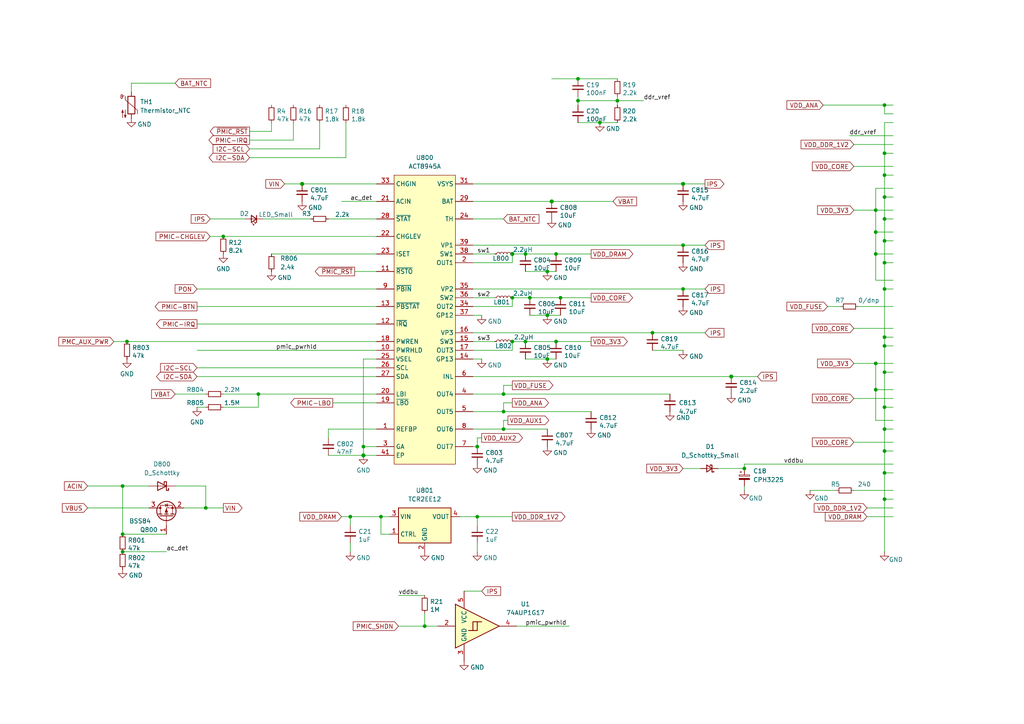
<source format=kicad_sch>
(kicad_sch (version 20250114) (generator "eeschema") (generator_version "9.0")
  (paper "A4")
  (lib_symbols
    (symbol "74xGxx:74AUP1G17"
      (property "Reference" "U" (at 0 3.81 0))
      (property "Value" "74AUP1G17" (at 0 -3.81 0))
      (symbol "74AUP1G17_0_1"
        (polyline (pts (xy -7.62 6.35) (xy -7.62 -6.35) (xy 5.08 0) (xy -7.62 6.35)) (stroke (width 0.254)) (fill (type background)))
        (polyline (pts (xy -3.81 -1.27) (xy -2.54 -1.27) (xy -2.54 1.27) (xy -1.27 1.27)) (stroke (width 0.254)) (fill (type background)))
        (polyline (pts (xy -2.54 -1.27) (xy -1.27 -1.27) (xy -1.27 1.27) (xy 0 1.27)) (stroke (width 0.254)) (fill (type background)))
      )
      (symbol "74AUP1G17_1_1"
        (pin input line (at -12.7 0 0) (length 5.08) (name "~") (number "2"))
        (pin no_connect line (at -7.62 5.08 180) (length 5.08) (hide yes) (name "NC") (number "1"))
        (pin power_in line (at -5.08 10.16 270) (length 5.08) (name "VCC") (number "5"))
        (pin power_in line (at -5.08 -10.16 90) (length 5.08) (name "GND") (number "3"))
        (pin output line (at 10.16 0 180) (length 5.08) (name "~") (number "4"))
      )
    )
    (symbol "Device:C_Polarized_Small" (pin_numbers (hide yes)) (pin_names (offset 0.254) (hide yes))
      (property "Reference" "C" (at 0.254 1.778 0))
      (property "Value" "C_Polarized_Small" (at 0.254 -2.032 0))
      (symbol "C_Polarized_Small_0_1"
        (rectangle (start -1.524 0.6858) (end 1.524 0.3048))
        (rectangle (start -1.524 -0.3048) (end 1.524 -0.6858) (fill (type outline)))
        (polyline (pts (xy -1.27 1.524) (xy -0.762 1.524)))
        (polyline (pts (xy -1.016 1.27) (xy -1.016 1.778)))
      )
      (symbol "C_Polarized_Small_1_1"
        (pin passive line (at 0 2.54 270) (length 1.8542) (name "~") (number "1"))
        (pin passive line (at 0 -2.54 90) (length 1.8542) (name "~") (number "2"))
      )
    )
    (symbol "Device:C_Small" (pin_numbers (hide yes)) (pin_names (offset 0.254) (hide yes))
      (property "Reference" "C" (at 0.254 1.778 0))
      (property "Value" "C_Small" (at 0.254 -2.032 0))
      (symbol "C_Small_0_1"
        (polyline (pts (xy -1.524 0.508) (xy 1.524 0.508)) (stroke (width 0.3048)))
        (polyline (pts (xy -1.524 -0.508) (xy 1.524 -0.508)) (stroke (width 0.3302)))
      )
      (symbol "C_Small_1_1"
        (pin passive line (at 0 2.54 270) (length 2.032) (name "~") (number "1"))
        (pin passive line (at 0 -2.54 90) (length 2.032) (name "~") (number "2"))
      )
    )
    (symbol "Device:D_Schottky" (pin_numbers (hide yes)) (pin_names (offset 1.016) (hide yes))
      (property "Reference" "D" (at 0 2.54 0))
      (property "Value" "D_Schottky" (at 0 -2.54 0))
      (symbol "D_Schottky_0_1"
        (polyline (pts (xy -1.905 0.635) (xy -1.905 1.27) (xy -1.27 1.27) (xy -1.27 -1.27) (xy -0.635 -1.27) (xy -0.635 -0.635)) (stroke (width 0.254)))
        (polyline (pts (xy 1.27 1.27) (xy 1.27 -1.27) (xy -1.27 0) (xy 1.27 1.27)) (stroke (width 0.254)))
        (polyline (pts (xy 1.27 0) (xy -1.27 0)))
      )
      (symbol "D_Schottky_1_1"
        (pin passive line (at -3.81 0 0) (length 2.54) (name "K") (number "1"))
        (pin passive line (at 3.81 0 180) (length 2.54) (name "A") (number "2"))
      )
    )
    (symbol "Device:D_Schottky_Small" (pin_numbers (hide yes)) (pin_names (offset 0.254) (hide yes))
      (property "Reference" "D" (at -1.27 2.032 0))
      (property "Value" "D_Schottky_Small" (at -7.112 -2.032 0))
      (symbol "D_Schottky_Small_0_1"
        (polyline (pts (xy -1.27 0.762) (xy -1.27 1.016) (xy -0.762 1.016) (xy -0.762 -1.016) (xy -0.254 -1.016) (xy -0.254 -0.762)) (stroke (width 0.254)))
        (polyline (pts (xy -0.762 0) (xy 0.762 0)))
        (polyline (pts (xy 0.762 -1.016) (xy -0.762 0) (xy 0.762 1.016) (xy 0.762 -1.016)) (stroke (width 0.254)))
      )
      (symbol "D_Schottky_Small_1_1"
        (pin passive line (at -2.54 0 0) (length 1.778) (name "K") (number "1"))
        (pin passive line (at 2.54 0 180) (length 1.778) (name "A") (number "2"))
      )
    )
    (symbol "Device:LED_Small" (pin_numbers (hide yes)) (pin_names (offset 0.254) (hide yes))
      (property "Reference" "D" (at -1.27 3.175 0))
      (property "Value" "LED_Small" (at -4.445 -2.54 0))
      (symbol "LED_Small_0_1"
        (polyline (pts (xy -0.762 -1.016) (xy -0.762 1.016)) (stroke (width 0.254)))
        (polyline (pts (xy 0 0.762) (xy -0.508 1.27) (xy -0.254 1.27) (xy -0.508 1.27) (xy -0.508 1.016)))
        (polyline (pts (xy 0.508 1.27) (xy 0 1.778) (xy 0.254 1.778) (xy 0 1.778) (xy 0 1.524)))
        (polyline (pts (xy 0.762 -1.016) (xy -0.762 0) (xy 0.762 1.016) (xy 0.762 -1.016)) (stroke (width 0.254)))
        (polyline (pts (xy 1.016 0) (xy -0.762 0)))
      )
      (symbol "LED_Small_1_1"
        (pin passive line (at -2.54 0 0) (length 1.778) (name "K") (number "1"))
        (pin passive line (at 2.54 0 180) (length 1.778) (name "A") (number "2"))
      )
    )
    (symbol "Device:L_Small" (pin_numbers (hide yes)) (pin_names (offset 0.254) (hide yes))
      (property "Reference" "L" (at 0.762 1.016 0))
      (property "Value" "L_Small" (at 0.762 -1.016 0))
      (symbol "L_Small_0_1"
        (arc (start 0 2.032) (mid 0.5058 1.524) (end 0 1.016))
        (arc (start 0 1.016) (mid 0.5058 0.508) (end 0 0))
        (arc (start 0 0) (mid 0.5058 -0.508) (end 0 -1.016))
        (arc (start 0 -1.016) (mid 0.5058 -1.524) (end 0 -2.032))
      )
      (symbol "L_Small_1_1"
        (pin passive line (at 0 2.54 270) (length 0.508) (name "~") (number "1"))
        (pin passive line (at 0 -2.54 90) (length 0.508) (name "~") (number "2"))
      )
    )
    (symbol "Device:R_Small" (pin_numbers (hide yes)) (pin_names (offset 0.254) (hide yes))
      (property "Reference" "R" (at 0.762 0.508 0))
      (property "Value" "R_Small" (at 0.762 -1.016 0))
      (symbol "R_Small_0_1"
        (rectangle (start -0.762 1.778) (end 0.762 -1.778) (stroke (width 0.2032)))
      )
      (symbol "R_Small_1_1"
        (pin passive line (at 0 2.54 270) (length 0.762) (name "~") (number "1"))
        (pin passive line (at 0 -2.54 90) (length 0.762) (name "~") (number "2"))
      )
    )
    (symbol "Device:Thermistor_NTC" (pin_numbers (hide yes)) (pin_names (offset 0))
      (property "Reference" "TH" (at -4.445 0 90))
      (property "Value" "Thermistor_NTC" (at 3.175 0 90))
      (symbol "Thermistor_NTC_0_1"
        (arc (start -3.175 2.413) (mid -3.0506 2.3165) (end -3.048 2.159))
        (arc (start -3.048 2.794) (mid -2.9736 2.9736) (end -2.794 3.048))
        (arc (start -2.794 3.048) (mid -2.6144 2.9736) (end -2.54 2.794))
        (arc (start -2.794 2.54) (mid -2.9736 2.6144) (end -3.048 2.794))
        (arc (start -2.794 1.905) (mid -2.9736 1.9794) (end -3.048 2.159))
        (arc (start -2.54 2.159) (mid -2.6144 1.9794) (end -2.794 1.905))
        (arc (start -2.159 2.794) (mid -2.434 2.5608) (end -2.794 2.54))
        (polyline (pts (xy -2.54 2.159) (xy -2.54 2.794)))
        (polyline (pts (xy -2.54 -3.683) (xy -2.54 -1.397) (xy -2.794 -2.159) (xy -2.286 -2.159) (xy -2.54 -1.397) (xy -2.54 -1.651)) (fill (type outline)))
        (polyline (pts (xy -1.778 2.54) (xy -1.778 1.524) (xy 1.778 -1.524) (xy 1.778 -2.54)))
        (polyline (pts (xy -1.778 -1.397) (xy -1.778 -3.683) (xy -2.032 -2.921) (xy -1.524 -2.921) (xy -1.778 -3.683) (xy -1.778 -3.429)) (fill (type outline)))
        (rectangle (start -1.016 2.54) (end 1.016 -2.54) (stroke (width 0.254)))
      )
      (symbol "Thermistor_NTC_1_1"
        (pin passive line (at 0 3.81 270) (length 1.27) (name "~") (number "1"))
        (pin passive line (at 0 -3.81 90) (length 1.27) (name "~") (number "2"))
      )
    )
    (symbol "Regulator_Linear:TCR2EE12"
      (property "Reference" "U6" (at 0 9.3218 0))
      (property "Value" "TCR2EE12" (at 0 7.0104 0))
      (symbol "TCR2EE12_0_1"
        (rectangle (start -7.62 -5.08) (end 7.62 5.08) (stroke (width 0.254)) (fill (type background)))
      )
      (symbol "TCR2EE12_1_1"
        (pin power_in line (at -10.16 2.54 0) (length 2.54) (name "VIN") (number "3"))
        (pin input line (at -10.16 -2.54 0) (length 2.54) (name "CTRL") (number "1"))
        (pin power_in line (at 0 -7.62 90) (length 2.54) (name "GND") (number "2"))
        (pin no_connect line (at 7.62 -2.54 180) (length 2.54) (hide yes) (name "NC") (number "5"))
        (pin power_out line (at 10.16 2.54 180) (length 2.54) (name "VOUT") (number "4"))
      )
    )
    (symbol "Transistor_FET:BSS84" (pin_names (hide yes))
      (property "Reference" "Q" (at 5.08 1.905 0))
      (property "Value" "BSS84" (at 5.08 0 0))
      (symbol "BSS84_0_1"
        (polyline (pts (xy 0.254 1.905) (xy 0.254 -1.905)) (stroke (width 0.254)))
        (polyline (pts (xy 0.254 0) (xy -2.54 0)))
        (polyline (pts (xy 0.762 2.286) (xy 0.762 1.27)) (stroke (width 0.254)))
        (polyline (pts (xy 0.762 1.778) (xy 3.302 1.778) (xy 3.302 -1.778) (xy 0.762 -1.778)))
        (polyline (pts (xy 0.762 0.508) (xy 0.762 -0.508)) (stroke (width 0.254)))
        (polyline (pts (xy 0.762 -1.27) (xy 0.762 -2.286)) (stroke (width 0.254)))
        (circle (center 1.651 0) (radius 2.794) (stroke (width 0.254)))
        (polyline (pts (xy 2.286 0) (xy 1.27 0.381) (xy 1.27 -0.381) (xy 2.286 0)) (fill (type outline)))
        (polyline (pts (xy 2.54 2.54) (xy 2.54 1.778)))
        (circle (center 2.54 1.778) (radius 0.254) (fill (type outline)))
        (circle (center 2.54 -1.778) (radius 0.254) (fill (type outline)))
        (polyline (pts (xy 2.54 -2.54) (xy 2.54 0) (xy 0.762 0)))
        (polyline (pts (xy 2.794 -0.508) (xy 2.921 -0.381) (xy 3.683 -0.381) (xy 3.81 -0.254)))
        (polyline (pts (xy 3.302 -0.381) (xy 2.921 0.254) (xy 3.683 0.254) (xy 3.302 -0.381)))
      )
      (symbol "BSS84_1_1"
        (pin input line (at -5.08 0 0) (length 2.54) (name "G") (number "1"))
        (pin passive line (at 2.54 5.08 270) (length 2.54) (name "D") (number "3"))
        (pin passive line (at 2.54 -5.08 90) (length 2.54) (name "S") (number "2"))
      )
    )
    (symbol "power:GND" (power) (pin_numbers (hide yes)) (pin_names (offset 0) (hide yes))
      (property "Value" "GND" (at 0 -3.81 0))
      (symbol "GND_0_1"
        (polyline (pts (xy 0 0) (xy 0 -1.27) (xy 1.27 -1.27) (xy 0 -2.54) (xy -1.27 -1.27) (xy 0 -1.27)))
      )
      (symbol "GND_1_1"
        (pin power_in line (at 0 0 270) (length 0) (name "~") (number "1"))
      )
    )
    (symbol "qorvo:ACT8945A"
      (property "Reference" "U" (at -3.81 2.54 0))
      (property "Value" "ACT8945A" (at 5.08 2.54 0))
      (symbol "ACT8945A_0_1"
        (rectangle (start -10.16 0) (end 7.62 -83.82) (stroke (width 0.1524)) (fill (type background)))
      )
      (symbol "ACT8945A_1_1"
        (pin passive line (at -15.24 -2.54 0) (length 5.08) (name "CHGIN") (number "33"))
        (pin passive line (at -15.24 -7.62 0) (length 5.08) (name "ACIN") (number "21"))
        (pin passive line (at -15.24 -12.7 0) (length 5.08) (name "~{STAT}") (number "28"))
        (pin passive line (at -15.24 -17.78 0) (length 5.08) (name "CHGLEV") (number "22"))
        (pin passive line (at -15.24 -22.86 0) (length 5.08) (name "ISET") (number "23"))
        (pin passive line (at -15.24 -27.94 0) (length 5.08) (name "~{RSTO}") (number "11"))
        (pin passive line (at -15.24 -33.02 0) (length 5.08) (name "~{PBIN}") (number "9"))
        (pin passive line (at -15.24 -38.1 0) (length 5.08) (name "~{PBSTAT}") (number "13"))
        (pin passive line (at -15.24 -43.18 0) (length 5.08) (name "~{IRQ}") (number "12"))
        (pin passive line (at -15.24 -48.26 0) (length 5.08) (name "PWREN") (number "18"))
        (pin passive line (at -15.24 -50.8 0) (length 5.08) (name "PWRHLD") (number "10"))
        (pin passive line (at -15.24 -53.34 0) (length 5.08) (name "VSEL") (number "25"))
        (pin passive line (at -15.24 -55.88 0) (length 5.08) (name "SCL") (number "26"))
        (pin passive line (at -15.24 -58.42 0) (length 5.08) (name "SDA") (number "27"))
        (pin passive line (at -15.24 -63.5 0) (length 5.08) (name "LBI") (number "20"))
        (pin passive line (at -15.24 -66.04 0) (length 5.08) (name "~{LBO}") (number "19"))
        (pin passive line (at -15.24 -73.66 0) (length 5.08) (name "REFBP") (number "1"))
        (pin passive line (at -15.24 -78.74 0) (length 5.08) (name "GA") (number "3"))
        (pin passive line (at -15.24 -81.28 0) (length 5.08) (name "EP") (number "41"))
        (pin passive line (at 12.7 -2.54 180) (length 5.08) (name "VSYS") (number "31"))
        (pin passive line (at 12.7 -2.54 180) (length 5.08) (hide yes) (name "VSYS") (number "32"))
        (pin passive line (at 12.7 -7.62 180) (length 5.08) (name "BAT") (number "29"))
        (pin passive line (at 12.7 -7.62 180) (length 5.08) (hide yes) (name "BAT") (number "30"))
        (pin passive line (at 12.7 -12.7 180) (length 5.08) (name "TH") (number "24"))
        (pin passive line (at 12.7 -20.32 180) (length 5.08) (name "VP1") (number "39"))
        (pin passive line (at 12.7 -22.86 180) (length 5.08) (name "SW1") (number "38"))
        (pin passive line (at 12.7 -25.4 180) (length 5.08) (name "OUT1") (number "2"))
        (pin passive line (at 12.7 -33.02 180) (length 5.08) (name "VP2") (number "35"))
        (pin passive line (at 12.7 -35.56 180) (length 5.08) (name "SW2") (number "36"))
        (pin passive line (at 12.7 -38.1 180) (length 5.08) (name "OUT2") (number "34"))
        (pin passive line (at 12.7 -40.64 180) (length 5.08) (name "GP12") (number "37"))
        (pin passive line (at 12.7 -45.72 180) (length 5.08) (name "VP3") (number "16"))
        (pin passive line (at 12.7 -48.26 180) (length 5.08) (name "SW3") (number "15"))
        (pin passive line (at 12.7 -50.8 180) (length 5.08) (name "OUT3") (number "17"))
        (pin passive line (at 12.7 -53.34 180) (length 5.08) (name "GP13") (number "14"))
        (pin passive line (at 12.7 -58.42 180) (length 5.08) (name "INL") (number "6"))
        (pin passive line (at 12.7 -63.5 180) (length 5.08) (name "OUT4") (number "4"))
        (pin passive line (at 12.7 -68.58 180) (length 5.08) (name "OUT5") (number "5"))
        (pin passive line (at 12.7 -73.66 180) (length 5.08) (name "OUT6") (number "8"))
        (pin passive line (at 12.7 -78.74 180) (length 5.08) (name "OUT7") (number "7"))
      )
    )
  )
  (junction (at 153.67 86.36))
  (junction (at 146.05 119.38))
  (junction (at 256.54 144.78))
  (junction (at 256.54 118.11))
  (junction (at 256.54 107.95))
  (junction (at 256.54 130.81))
  (junction (at 256.54 137.16))
  (junction (at 110.49 149.86))
  (junction (at 254 105.41))
  (junction (at 189.23 96.52))
  (junction (at 167.64 29.21))
  (junction (at 64.77 68.58))
  (junction (at 36.83 99.06))
  (junction (at 148.59 99.06))
  (junction (at 254 113.03))
  (junction (at 256.54 97.79))
  (junction (at 138.43 149.86))
  (junction (at 215.9 135.89))
  (junction (at 256.54 83.82))
  (junction (at 35.56 140.97))
  (junction (at 162.56 86.36))
  (junction (at 105.41 129.54))
  (junction (at 212.09 109.22) (diameter 1.016))
  (junction (at 148.59 86.36))
  (junction (at 101.6 149.86))
  (junction (at 179.07 29.21))
  (junction (at 256.54 50.8))
  (junction (at 173.99 35.56))
  (junction (at 74.93 114.3))
  (junction (at 256.54 63.5))
  (junction (at 256.54 124.46))
  (junction (at 146.05 124.46))
  (junction (at 256.54 44.45))
  (junction (at 123.19 181.61))
  (junction (at 87.63 53.34) (diameter 1.016))
  (junction (at 254 67.31))
  (junction (at 158.75 91.44))
  (junction (at 254 73.66))
  (junction (at 256.54 57.15))
  (junction (at 198.12 83.82))
  (junction (at 161.29 73.66))
  (junction (at 105.41 132.08) (diameter 1.016))
  (junction (at 167.64 22.86))
  (junction (at 256.54 100.33))
  (junction (at 158.75 78.74))
  (junction (at 256.54 30.48))
  (junction (at 158.75 104.14))
  (junction (at 152.4 99.06))
  (junction (at 148.59 73.66) (diameter 1.016))
  (junction (at 35.56 160.02))
  (junction (at 152.4 73.66))
  (junction (at 254 60.96))
  (junction (at 256.54 76.2))
  (junction (at 35.56 154.94))
  (junction (at 198.12 71.12))
  (junction (at 161.29 99.06))
  (junction (at 256.54 69.85))
  (junction (at 59.69 147.32))
  (junction (at 146.05 114.3))
  (junction (at 138.43 129.54))
  (junction (at 198.12 53.34) (diameter 1.016))
  (junction (at 160.02 58.42) (diameter 1.016))
  (wire (pts (xy 109.22 129.54) (xy 105.41 129.54)))
  (wire (pts (xy 101.6 157.48) (xy 101.6 160.02)))
  (wire (pts (xy 167.64 30.48) (xy 167.64 29.21)))
  (wire (pts (xy 95.25 124.46) (xy 95.25 127)))
  (wire (pts (xy 137.16 96.52) (xy 189.23 96.52)))
  (wire (pts (xy 36.83 99.06) (xy 109.22 99.06)))
  (wire (pts (xy 256.54 69.85) (xy 259.08 69.85)))
  (wire (pts (xy 256.54 137.16) (xy 256.54 144.78)))
  (wire (pts (xy 72.39 40.64) (xy 85.09 40.64)))
  (wire (pts (xy 72.39 45.72) (xy 100.33 45.72)))
  (wire (pts (xy 57.15 83.82) (xy 109.22 83.82)))
  (wire (pts (xy 50.8 114.3) (xy 59.69 114.3)))
  (wire (pts (xy 259.08 113.03) (xy 254 113.03)))
  (wire (pts (xy 50.8 24.13) (xy 38.1 24.13)))
  (wire (pts (xy 137.16 114.3) (xy 146.05 114.3)))
  (wire (pts (xy 148.59 73.66) (xy 152.4 73.66)))
  (wire (pts (xy 60.96 63.5) (xy 71.12 63.5)))
  (wire (pts (xy 148.59 99.06) (xy 152.4 99.06)))
  (wire (pts (xy 153.67 86.36) (xy 162.56 86.36)))
  (wire (pts (xy 57.15 106.68) (xy 109.22 106.68)))
  (wire (pts (xy 72.39 43.18) (xy 92.71 43.18)))
  (wire (pts (xy 59.69 147.32) (xy 64.77 147.32)))
  (wire (pts (xy 137.16 73.66) (xy 143.51 73.66)))
  (wire (pts (xy 259.08 35.56) (xy 256.54 35.56)))
  (wire (pts (xy 256.54 69.85) (xy 256.54 76.2)))
  (wire (pts (xy 35.56 140.97) (xy 43.18 140.97)))
  (wire (pts (xy 57.15 109.22) (xy 109.22 109.22)))
  (wire (pts (xy 160.02 22.86) (xy 167.64 22.86)))
  (wire (pts (xy 234.95 142.24) (xy 242.57 142.24)))
  (wire (pts (xy 137.16 104.14) (xy 139.7 104.14)))
  (wire (pts (xy 59.69 140.97) (xy 59.69 147.32)))
  (wire (pts (xy 87.63 53.34) (xy 109.22 53.34)))
  (wire (pts (xy 148.59 111.76) (xy 146.05 111.76)))
  (wire (pts (xy 137.16 119.38) (xy 146.05 119.38)))
  (wire (pts (xy 110.49 149.86) (xy 113.03 149.86)))
  (wire (pts (xy 248.92 88.9) (xy 259.08 88.9)))
  (wire (pts (xy 259.08 54.61) (xy 254 54.61)))
  (wire (pts (xy 254 121.92) (xy 254 113.03)))
  (wire (pts (xy 247.65 128.27) (xy 259.08 128.27)))
  (wire (pts (xy 254 105.41) (xy 259.08 105.41)))
  (wire (pts (xy 138.43 157.48) (xy 138.43 160.02)))
  (wire (pts (xy 254 60.96) (xy 254 67.31)))
  (wire (pts (xy 256.54 118.11) (xy 259.08 118.11)))
  (wire (pts (xy 137.16 129.54) (xy 138.43 129.54)))
  (wire (pts (xy 254 81.28) (xy 259.08 81.28)))
  (wire (pts (xy 256.54 107.95) (xy 256.54 118.11)))
  (wire (pts (xy 133.35 149.86) (xy 138.43 149.86)))
  (wire (pts (xy 247.65 60.96) (xy 254 60.96)))
  (wire (pts (xy 259.08 44.45) (xy 256.54 44.45)))
  (wire (pts (xy 105.41 104.14) (xy 105.41 129.54)))
  (wire (pts (xy 152.4 99.06) (xy 161.29 99.06)))
  (wire (pts (xy 254 73.66) (xy 259.08 73.66)))
  (wire (pts (xy 256.54 130.81) (xy 256.54 137.16)))
  (wire (pts (xy 74.93 114.3) (xy 74.93 118.11)))
  (wire (pts (xy 146.05 119.38) (xy 171.45 119.38)))
  (wire (pts (xy 162.56 86.36) (xy 171.45 86.36)))
  (wire (pts (xy 246.38 39.37) (xy 259.08 39.37)))
  (wire (pts (xy 139.7 127) (xy 138.43 127)))
  (wire (pts (xy 109.22 104.14) (xy 105.41 104.14)))
  (wire (pts (xy 72.39 38.1) (xy 78.74 38.1)))
  (wire (pts (xy 256.54 83.82) (xy 259.08 83.82)))
  (wire (pts (xy 256.54 124.46) (xy 256.54 130.81)))
  (wire (pts (xy 60.96 68.58) (xy 64.77 68.58)))
  (wire (pts (xy 137.16 76.2) (xy 148.59 76.2)))
  (wire (pts (xy 247.65 95.25) (xy 259.08 95.25)))
  (wire (pts (xy 57.15 93.98) (xy 109.22 93.98)))
  (wire (pts (xy 95.25 132.08) (xy 105.41 132.08)))
  (wire (pts (xy 105.41 129.54) (xy 105.41 132.08)))
  (wire (pts (xy 78.74 38.1) (xy 78.74 35.56)))
  (wire (pts (xy 110.49 149.86) (xy 110.49 154.94)))
  (wire (pts (xy 256.54 137.16) (xy 259.08 137.16)))
  (wire (pts (xy 158.75 91.44) (xy 162.56 91.44)))
  (wire (pts (xy 256.54 144.78) (xy 256.54 160.02)))
  (wire (pts (xy 25.4 147.32) (xy 43.18 147.32)))
  (wire (pts (xy 102.87 78.74) (xy 109.22 78.74)))
  (wire (pts (xy 179.07 29.21) (xy 186.69 29.21)))
  (wire (pts (xy 137.16 71.12) (xy 198.12 71.12)))
  (wire (pts (xy 161.29 99.06) (xy 171.45 99.06)))
  (wire (pts (xy 78.74 73.66) (xy 109.22 73.66)))
  (wire (pts (xy 35.56 160.02) (xy 48.26 160.02)))
  (wire (pts (xy 146.05 121.92) (xy 146.05 124.46)))
  (wire (pts (xy 256.54 97.79) (xy 256.54 100.33)))
  (wire (pts (xy 254 67.31) (xy 254 73.66)))
  (wire (pts (xy 256.54 76.2) (xy 259.08 76.2)))
  (wire (pts (xy 59.69 147.32) (xy 53.34 147.32)))
  (wire (pts (xy 101.6 149.86) (xy 110.49 149.86)))
  (wire (pts (xy 101.6 152.4) (xy 101.6 149.86)))
  (wire (pts (xy 138.43 127) (xy 138.43 129.54)))
  (wire (pts (xy 48.26 154.94) (xy 35.56 154.94)))
  (wire (pts (xy 50.8 140.97) (xy 59.69 140.97)))
  (wire (pts (xy 256.54 33.02) (xy 256.54 30.48)))
  (wire (pts (xy 148.59 116.84) (xy 146.05 116.84)))
  (wire (pts (xy 167.64 27.94) (xy 167.64 29.21)))
  (wire (pts (xy 74.93 114.3) (xy 109.22 114.3)))
  (wire (pts (xy 215.9 140.97) (xy 215.9 142.24)))
  (wire (pts (xy 95.25 63.5) (xy 109.22 63.5)))
  (wire (pts (xy 256.54 30.48) (xy 259.08 30.48)))
  (wire (pts (xy 76.2 63.5) (xy 90.17 63.5)))
  (wire (pts (xy 161.29 73.66) (xy 171.45 73.66)))
  (wire (pts (xy 148.59 86.36) (xy 153.67 86.36)))
  (wire (pts (xy 256.54 50.8) (xy 256.54 57.15)))
  (wire (pts (xy 208.28 135.89) (xy 215.9 135.89)))
  (wire (pts (xy 256.54 44.45) (xy 256.54 50.8)))
  (wire (pts (xy 137.16 109.22) (xy 212.09 109.22)))
  (wire (pts (xy 247.65 115.57) (xy 259.08 115.57)))
  (wire (pts (xy 215.9 134.62) (xy 215.9 135.89)))
  (wire (pts (xy 247.65 105.41) (xy 254 105.41)))
  (wire (pts (xy 256.54 118.11) (xy 256.54 124.46)))
  (wire (pts (xy 138.43 149.86) (xy 138.43 152.4)))
  (wire (pts (xy 152.4 78.74) (xy 158.75 78.74)))
  (wire (pts (xy 64.77 68.58) (xy 109.22 68.58)))
  (wire (pts (xy 247.65 48.26) (xy 259.08 48.26)))
  (wire (pts (xy 256.54 63.5) (xy 256.54 69.85)))
  (wire (pts (xy 153.67 91.44) (xy 158.75 91.44)))
  (wire (pts (xy 158.75 104.14) (xy 161.29 104.14)))
  (wire (pts (xy 115.57 172.72) (xy 123.19 172.72)))
  (wire (pts (xy 256.54 57.15) (xy 256.54 63.5)))
  (wire (pts (xy 152.4 73.66) (xy 161.29 73.66)))
  (wire (pts (xy 256.54 100.33) (xy 256.54 107.95)))
  (wire (pts (xy 137.16 83.82) (xy 198.12 83.82)))
  (wire (pts (xy 256.54 63.5) (xy 259.08 63.5)))
  (wire (pts (xy 38.1 24.13) (xy 38.1 26.67)))
  (wire (pts (xy 137.16 99.06) (xy 143.51 99.06)))
  (wire (pts (xy 259.08 121.92) (xy 254 121.92)))
  (wire (pts (xy 85.09 35.56) (xy 85.09 40.64)))
  (wire (pts (xy 238.76 30.48) (xy 256.54 30.48)))
  (wire (pts (xy 137.16 91.44) (xy 139.7 91.44)))
  (wire (pts (xy 259.08 50.8) (xy 256.54 50.8)))
  (wire (pts (xy 137.16 88.9) (xy 148.59 88.9)))
  (wire (pts (xy 179.07 27.94) (xy 179.07 29.21)))
  (wire (pts (xy 254 60.96) (xy 259.08 60.96)))
  (wire (pts (xy 115.57 181.61) (xy 123.19 181.61)))
  (wire (pts (xy 189.23 101.6) (xy 198.12 101.6)))
  (wire (pts (xy 256.54 130.81) (xy 259.08 130.81)))
  (wire (pts (xy 99.06 58.42) (xy 109.22 58.42)))
  (wire (pts (xy 167.64 35.56) (xy 173.99 35.56)))
  (wire (pts (xy 137.16 53.34) (xy 198.12 53.34)))
  (wire (pts (xy 95.25 124.46) (xy 109.22 124.46)))
  (wire (pts (xy 256.54 100.33) (xy 259.08 100.33)))
  (wire (pts (xy 160.02 58.42) (xy 177.8 58.42)))
  (wire (pts (xy 247.65 142.24) (xy 259.08 142.24)))
  (wire (pts (xy 100.33 45.72) (xy 100.33 35.56)))
  (wire (pts (xy 254 54.61) (xy 254 60.96)))
  (wire (pts (xy 105.41 132.08) (xy 109.22 132.08)))
  (wire (pts (xy 113.03 154.94) (xy 110.49 154.94)))
  (wire (pts (xy 147.32 121.92) (xy 146.05 121.92)))
  (wire (pts (xy 256.54 76.2) (xy 256.54 83.82)))
  (wire (pts (xy 215.9 134.62) (xy 259.08 134.62)))
  (wire (pts (xy 146.05 111.76) (xy 146.05 114.3)))
  (wire (pts (xy 64.77 118.11) (xy 74.93 118.11)))
  (wire (pts (xy 198.12 83.82) (xy 204.47 83.82)))
  (wire (pts (xy 138.43 149.86) (xy 148.59 149.86)))
  (wire (pts (xy 240.03 88.9) (xy 243.84 88.9)))
  (wire (pts (xy 212.09 109.22) (xy 219.71 109.22)))
  (wire (pts (xy 251.46 149.86) (xy 259.08 149.86)))
  (wire (pts (xy 259.08 33.02) (xy 256.54 33.02)))
  (wire (pts (xy 96.52 116.84) (xy 109.22 116.84)))
  (wire (pts (xy 256.54 83.82) (xy 256.54 97.79)))
  (wire (pts (xy 64.77 114.3) (xy 74.93 114.3)))
  (wire (pts (xy 127 181.61) (xy 123.19 181.61)))
  (wire (pts (xy 198.12 71.12) (xy 204.47 71.12)))
  (wire (pts (xy 99.06 149.86) (xy 101.6 149.86)))
  (wire (pts (xy 137.16 101.6) (xy 148.59 101.6)))
  (wire (pts (xy 33.02 99.06) (xy 36.83 99.06)))
  (wire (pts (xy 167.64 22.86) (xy 179.07 22.86)))
  (wire (pts (xy 158.75 78.74) (xy 161.29 78.74)))
  (wire (pts (xy 123.19 177.8) (xy 123.19 181.61)))
  (wire (pts (xy 146.05 124.46) (xy 158.75 124.46)))
  (wire (pts (xy 35.56 154.94) (xy 35.56 140.97)))
  (wire (pts (xy 146.05 114.3) (xy 194.31 114.3)))
  (wire (pts (xy 254 113.03) (xy 254 105.41)))
  (wire (pts (xy 256.54 97.79) (xy 259.08 97.79)))
  (wire (pts (xy 254 73.66) (xy 254 81.28)))
  (wire (pts (xy 256.54 35.56) (xy 256.54 44.45)))
  (wire (pts (xy 173.99 35.56) (xy 179.07 35.56)))
  (wire (pts (xy 247.65 41.91) (xy 259.08 41.91)))
  (wire (pts (xy 57.15 101.6) (xy 109.22 101.6)))
  (wire (pts (xy 179.07 29.21) (xy 179.07 30.48)))
  (wire (pts (xy 137.16 124.46) (xy 146.05 124.46)))
  (wire (pts (xy 25.4 140.97) (xy 35.56 140.97)))
  (wire (pts (xy 198.12 53.34) (xy 204.47 53.34)))
  (wire (pts (xy 134.62 171.45) (xy 139.7 171.45)))
  (wire (pts (xy 137.16 63.5) (xy 146.05 63.5)))
  (wire (pts (xy 167.64 29.21) (xy 179.07 29.21)))
  (wire (pts (xy 189.23 96.52) (xy 204.47 96.52)))
  (wire (pts (xy 198.12 135.89) (xy 203.2 135.89)))
  (wire (pts (xy 137.16 58.42) (xy 160.02 58.42)))
  (wire (pts (xy 92.71 43.18) (xy 92.71 35.56)))
  (wire (pts (xy 149.86 181.61) (xy 165.1 181.61)))
  (wire (pts (xy 256.54 144.78) (xy 259.08 144.78)))
  (wire (pts (xy 82.55 53.34) (xy 87.63 53.34)))
  (wire (pts (xy 146.05 116.84) (xy 146.05 119.38)))
  (wire (pts (xy 152.4 104.14) (xy 158.75 104.14)))
  (wire (pts (xy 57.15 88.9) (xy 109.22 88.9)))
  (wire (pts (xy 256.54 57.15) (xy 259.08 57.15)))
  (wire (pts (xy 251.46 147.32) (xy 259.08 147.32)))
  (wire (pts (xy 148.59 101.6) (xy 148.59 99.06)))
  (wire (pts (xy 137.16 86.36) (xy 143.51 86.36)))
  (wire (pts (xy 57.15 118.11) (xy 59.69 118.11)))
  (wire (pts (xy 259.08 67.31) (xy 254 67.31)))
  (wire (pts (xy 148.59 86.36) (xy 148.59 88.9)))
  (wire (pts (xy 256.54 124.46) (xy 259.08 124.46)))
  (wire (pts (xy 256.54 107.95) (xy 259.08 107.95)))
  (wire (pts (xy 148.59 73.66) (xy 148.59 76.2)))
  (label "sw2" (at 138.43 86.36 0))
  (label "sw3" (at 138.43 99.06 0))
  (label "ac_det" (at 101.6 58.42 0))
  (label "ddr_vref" (at 186.69 29.21 0))
  (label "vddbu" (at 227.33 134.62 0))
  (label "vddbu" (at 115.57 172.72 0))
  (label "pmic_pwrhld" (at 80.01 101.6 0))
  (label "ddr_vref" (at 246.38 39.37 0))
  (label "sw1" (at 138.43 73.66 0))
  (label "pmic_pwrhld" (at 152.4 181.61 0))
  (label "ac_det" (at 48.26 160.02 0))
  (global_label "VDD_AUX2" (shape output) (at 139.7 127 0) (property "Intersheetrefs" "${INTERSHEET_REFS}" (effects (hide yes))))
  (global_label "VDD_DDR_1V2" (shape output) (at 148.59 149.86 0) (property "Intersheetrefs" "${INTERSHEET_REFS}" (effects (hide yes))))
  (global_label "I2C-SCL" (shape input) (at 72.39 43.18 180) (property "Intersheetrefs" "${INTERSHEET_REFS}" (effects (hide yes))))
  (global_label "VDD_FUSE" (shape output) (at 148.59 111.76 0) (property "Intersheetrefs" "${INTERSHEET_REFS}" (effects (hide yes))))
  (global_label "VIN" (shape output) (at 64.77 147.32 0) (property "Intersheetrefs" "${INTERSHEET_REFS}" (effects (hide yes))))
  (global_label "PMIC-LBO" (shape output) (at 96.52 116.84 180) (property "Intersheetrefs" "${INTERSHEET_REFS}" (effects (hide yes))))
  (global_label "VDD_3V3" (shape input) (at 247.65 105.41 180) (property "Intersheetrefs" "${INTERSHEET_REFS}" (effects (hide yes))))
  (global_label "VDD_DRAM" (shape input) (at 99.06 149.86 180) (property "Intersheetrefs" "${INTERSHEET_REFS}" (effects (hide yes))))
  (global_label "PMC_AUX_PWR" (shape input) (at 33.02 99.06 180) (property "Intersheetrefs" "${INTERSHEET_REFS}" (effects (hide yes))))
  (global_label "VDD_CORE" (shape input) (at 247.65 128.27 180) (property "Intersheetrefs" "${INTERSHEET_REFS}" (effects (hide yes))))
  (global_label "I2C-SDA" (shape bidirectional) (at 57.15 109.22 180) (property "Intersheetrefs" "${INTERSHEET_REFS}" (effects (hide yes))))
  (global_label "IPS" (shape input) (at 204.47 96.52 0) (property "Intersheetrefs" "${INTERSHEET_REFS}" (effects (hide yes))))
  (global_label "IPS" (shape input) (at 204.47 71.12 0) (property "Intersheetrefs" "${INTERSHEET_REFS}" (effects (hide yes))))
  (global_label "VDD_CORE" (shape input) (at 247.65 95.25 180) (property "Intersheetrefs" "${INTERSHEET_REFS}" (effects (hide yes))))
  (global_label "PMIC-BTN" (shape output) (at 57.15 88.9 180) (property "Intersheetrefs" "${INTERSHEET_REFS}" (effects (hide yes))))
  (global_label "IPS" (shape input) (at 204.47 83.82 0) (property "Intersheetrefs" "${INTERSHEET_REFS}" (effects (hide yes))))
  (global_label "VDD_3V3" (shape input) (at 247.65 60.96 180) (property "Intersheetrefs" "${INTERSHEET_REFS}" (effects (hide yes))))
  (global_label "BAT_NTC" (shape input) (at 50.8 24.13 0) (property "Intersheetrefs" "${INTERSHEET_REFS}" (effects (hide yes))))
  (global_label "ACIN" (shape input) (at 25.4 140.97 180) (property "Intersheetrefs" "${INTERSHEET_REFS}" (effects (hide yes))))
  (global_label "VDD_3V3" (shape output) (at 171.45 99.06 0) (property "Intersheetrefs" "${INTERSHEET_REFS}" (effects (hide yes))))
  (global_label "VDD_ANA" (shape output) (at 148.59 116.84 0) (property "Intersheetrefs" "${INTERSHEET_REFS}" (effects (hide yes))))
  (global_label "VBAT" (shape input) (at 177.8 58.42 0) (property "Intersheetrefs" "${INTERSHEET_REFS}" (effects (hide yes))))
  (global_label "IPS" (shape input) (at 219.71 109.22 0) (property "Intersheetrefs" "${INTERSHEET_REFS}" (effects (hide yes))))
  (global_label "VBUS" (shape input) (at 25.4 147.32 180) (property "Intersheetrefs" "${INTERSHEET_REFS}" (effects (hide yes))))
  (global_label "VIN" (shape input) (at 82.55 53.34 180) (property "Intersheetrefs" "${INTERSHEET_REFS}" (effects (hide yes))))
  (global_label "IPS" (shape input) (at 139.7 171.45 0) (property "Intersheetrefs" "${INTERSHEET_REFS}" (effects (hide yes))))
  (global_label "VDD_AUX1" (shape output) (at 147.32 121.92 0) (property "Intersheetrefs" "${INTERSHEET_REFS}" (effects (hide yes))))
  (global_label "VDD_CORE" (shape output) (at 171.45 86.36 0) (property "Intersheetrefs" "${INTERSHEET_REFS}" (effects (hide yes))))
  (global_label "IPS" (shape output) (at 204.47 53.34 0) (property "Intersheetrefs" "${INTERSHEET_REFS}" (effects (hide yes))))
  (global_label "VDD_3V3" (shape input) (at 198.12 135.89 180) (property "Intersheetrefs" "${INTERSHEET_REFS}" (effects (hide yes))))
  (global_label "PMIC-IRQ" (shape output) (at 72.39 40.64 180) (property "Intersheetrefs" "${INTERSHEET_REFS}" (effects (hide yes))))
  (global_label "VDD_CORE" (shape input) (at 247.65 115.57 180) (property "Intersheetrefs" "${INTERSHEET_REFS}" (effects (hide yes))))
  (global_label "VBAT" (shape input) (at 50.8 114.3 180) (property "Intersheetrefs" "${INTERSHEET_REFS}" (effects (hide yes))))
  (global_label "VDD_DDR_1V2" (shape input) (at 247.65 41.91 180) (property "Intersheetrefs" "${INTERSHEET_REFS}" (effects (hide yes))))
  (global_label "~{PMIC_RST}" (shape output) (at 72.39 38.1 180) (property "Intersheetrefs" "${INTERSHEET_REFS}" (effects (hide yes))))
  (global_label "PMIC_SHDN" (shape input) (at 115.57 181.61 180) (property "Intersheetrefs" "${INTERSHEET_REFS}" (effects (hide yes))))
  (global_label "VDD_DDR_1V2" (shape input) (at 251.46 147.32 180) (property "Intersheetrefs" "${INTERSHEET_REFS}" (effects (hide yes))))
  (global_label "IPS" (shape input) (at 60.96 63.5 180) (property "Intersheetrefs" "${INTERSHEET_REFS}" (effects (hide yes))))
  (global_label "VDD_FUSE" (shape input) (at 240.03 88.9 180) (property "Intersheetrefs" "${INTERSHEET_REFS}" (effects (hide yes))))
  (global_label "VDD_CORE" (shape input) (at 247.65 48.26 180) (property "Intersheetrefs" "${INTERSHEET_REFS}" (effects (hide yes))))
  (global_label "VDD_DRAM" (shape output) (at 171.45 73.66 0) (property "Intersheetrefs" "${INTERSHEET_REFS}" (effects (hide yes))))
  (global_label "PMIC-IRQ" (shape output) (at 57.15 93.98 180) (property "Intersheetrefs" "${INTERSHEET_REFS}" (effects (hide yes))))
  (global_label "BAT_NTC" (shape input) (at 146.05 63.5 0) (property "Intersheetrefs" "${INTERSHEET_REFS}" (effects (hide yes))))
  (global_label "VDD_ANA" (shape input) (at 238.76 30.48 180) (property "Intersheetrefs" "${INTERSHEET_REFS}" (effects (hide yes))))
  (global_label "I2C-SDA" (shape bidirectional) (at 72.39 45.72 180) (property "Intersheetrefs" "${INTERSHEET_REFS}" (effects (hide yes))))
  (global_label "I2C-SCL" (shape input) (at 57.15 106.68 180) (property "Intersheetrefs" "${INTERSHEET_REFS}" (effects (hide yes))))
  (global_label "PMIC-CHGLEV" (shape input) (at 60.96 68.58 180) (property "Intersheetrefs" "${INTERSHEET_REFS}" (effects (hide yes))))
  (global_label "~{PMIC_RST}" (shape output) (at 102.87 78.74 180) (property "Intersheetrefs" "${INTERSHEET_REFS}" (effects (hide yes))))
  (global_label "VDD_DRAM" (shape input) (at 251.46 149.86 180) (property "Intersheetrefs" "${INTERSHEET_REFS}" (effects (hide yes))))
  (global_label "PON" (shape input) (at 57.15 83.82 180) (property "Intersheetrefs" "${INTERSHEET_REFS}" (effects (hide yes))))
  (symbol (lib_id "power:GND") (at 215.9 142.24 0) (unit 1)
    (property "Reference" "#PWR025" (effects (hide yes)))
    (property "Value" "GND" (at 219.202 144.526 0))
    (property "Description" "Power symbol creates a global label with name \"GND\" , ground" (effects (hide yes)))
  )
  (symbol (lib_id "power:GND") (at 198.12 101.6 0) (unit 1)
    (property "Reference" "#PWR0124" (effects (hide yes)))
    (property "Value" "GND" (at 201.93 103.3844 0))
  )
  (symbol (lib_id "Device:R_Small") (at 179.07 25.4 0) (unit 1)
    (property "Reference" "R19" (at 180.5687 24.6391 0) (effects (justify left)))
    (property "Value" "2.2k" (at 180.5687 26.9378 0) (effects (justify left)))
    (property "Footprint" "Resistor_SMD:R_0402_1005Metric" (effects (hide yes)))
    (property "Datasheet" "~{}" (effects (hide yes)))
  )
  (symbol (lib_id "Device:C_Small") (at 87.63 55.88 0) (unit 1)
    (property "Reference" "C801" (at 89.9542 55.1191 0) (effects (justify left)))
    (property "Value" "4.7uF" (at 89.9542 57.4178 0) (effects (justify left)))
    (property "Footprint" "Capacitor_SMD:C_0603_1608Metric" (effects (hide yes)))
    (property "Datasheet" "~{}" (effects (hide yes)))
  )
  (symbol (lib_id "Device:C_Small") (at 198.12 73.66 0) (unit 1)
    (property "Reference" "C816" (at 200.4442 72.8991 0) (effects (justify left)))
    (property "Value" "4.7uF" (at 200.4442 75.1978 0) (effects (justify left)))
    (property "Footprint" "Capacitor_SMD:C_0603_1608Metric" (effects (hide yes)))
    (property "Datasheet" "~{}" (effects (hide yes)))
  )
  (symbol (lib_id "power:GND") (at 171.45 124.46 0) (unit 1)
    (property "Reference" "#PWR0117" (effects (hide yes)))
    (property "Value" "GND" (at 175.26 126.2444 0))
  )
  (symbol (lib_id "power:GND") (at 138.43 160.02 0) (unit 1)
    (property "Reference" "#PWR029" (effects (hide yes)))
    (property "Value" "GND" (at 142.24 161.8044 0))
  )
  (symbol (lib_id "Device:C_Small") (at 194.31 116.84 0) (unit 1)
    (property "Reference" "C813" (at 196.85 116.84 0) (effects (justify left)))
    (property "Value" "4.7uF" (at 196.85 119.38 0) (effects (justify left)))
    (property "Footprint" "Capacitor_SMD:C_0603_1608Metric" (effects (hide yes)))
    (property "Datasheet" "~{}" (effects (hide yes)))
  )
  (symbol (lib_id "power:GND") (at 123.19 160.02 0) (unit 1)
    (property "Reference" "#PWR028" (effects (hide yes)))
    (property "Value" "GND" (at 127 161.8044 0))
  )
  (symbol (lib_id "power:GND") (at 160.02 63.5 0) (unit 1)
    (property "Reference" "#PWR0110" (effects (hide yes)))
    (property "Value" "GND" (at 163.83 65.2844 0))
  )
  (symbol (lib_id "Device:L_Small") (at 146.05 86.36 90) (unit 1)
    (property "Reference" "L801" (at 145.542 87.63 90))
    (property "Value" "2.2uH" (at 151.638 85.09 90))
    (property "Footprint" "Inductor_SMD:L_Wuerth_MAPI-2510" (effects (hide yes)))
    (property "Datasheet" "~{}" (effects (hide yes)))
  )
  (symbol (lib_id "Device:R_Small") (at 179.07 33.02 0) (unit 1)
    (property "Reference" "R20" (at 180.5687 32.2591 0) (effects (justify left)))
    (property "Value" "2.2k" (at 180.5687 34.5578 0) (effects (justify left)))
    (property "Footprint" "Resistor_SMD:R_0402_1005Metric" (effects (hide yes)))
    (property "Datasheet" "~{}" (effects (hide yes)))
  )
  (symbol (lib_id "Transistor_FET:BSS84") (at 48.26 149.86 90) (unit 1)
    (property "Reference" "Q800" (at 43.18 153.67 90))
    (property "Value" "BSS84" (at 40.64 151.13 90))
    (property "Footprint" "Package_TO_SOT_SMD:SOT-323_SC-70" (effects (hide yes)))
    (property "Datasheet" "http://assets.nexperia.com/documents/data-sheet/BSS84.pdf" (effects (hide yes)))
  )
  (symbol (lib_id "Device:L_Small") (at 146.05 73.66 90) (unit 1)
    (property "Reference" "L800" (at 145.288 74.93 90))
    (property "Value" "2.2uH" (at 151.638 72.39 90))
    (property "Footprint" "Inductor_SMD:L_Wuerth_MAPI-2510" (effects (hide yes)))
    (property "Datasheet" "~{}" (effects (hide yes)))
  )
  (symbol (lib_id "Device:R_Small") (at 78.74 33.02 0) (unit 1)
    (property "Reference" "R4" (at 80.2387 32.2591 0) (effects (justify left)))
    (property "Value" "47k" (at 80.2387 34.5578 0) (effects (justify left)))
    (property "Footprint" "Resistor_SMD:R_0402_1005Metric" (effects (hide yes)))
    (property "Datasheet" "~{}" (effects (hide yes)))
  )
  (symbol (lib_id "Device:C_Small") (at 158.75 127 0) (unit 1)
    (property "Reference" "C807" (at 161.0742 126.2391 0) (effects (justify left)))
    (property "Value" "4.7uF" (at 161.0742 128.5378 0) (effects (justify left)))
    (property "Footprint" "Capacitor_SMD:C_0603_1608Metric" (effects (hide yes)))
    (property "Datasheet" "~{}" (effects (hide yes)))
  )
  (symbol (lib_id "Device:Thermistor_NTC") (at 38.1 30.48 0) (unit 1)
    (property "Reference" "TH1" (at 40.64 29.5274 0) (effects (justify left)))
    (property "Value" "Thermistor_NTC" (at 40.64 32.0674 0) (effects (justify left)))
    (property "Footprint" "Resistor_SMD:R_0603_1608Metric" (effects (hide yes)))
    (property "Description" "Temperature dependent resistor, negative temperature coefficient" (effects (hide yes)))
  )
  (symbol (lib_id "Device:C_Small") (at 189.23 99.06 0) (unit 1)
    (property "Reference" "C819" (at 191.5542 98.2991 0) (effects (justify left)))
    (property "Value" "4.7uF" (at 191.5542 100.5978 0) (effects (justify left)))
    (property "Footprint" "Capacitor_SMD:C_0603_1608Metric" (effects (hide yes)))
    (property "Datasheet" "~{}" (effects (hide yes)))
  )
  (symbol (lib_id "power:GND") (at 64.77 73.66 0) (unit 1)
    (property "Reference" "#PWR024" (effects (hide yes)))
    (property "Value" "GND" (at 64.77 77.9844 0))
  )
  (symbol (lib_id "Device:C_Small") (at 160.02 60.96 0) (unit 1)
    (property "Reference" "C808" (at 162.3442 60.1991 0) (effects (justify left)))
    (property "Value" "10uF" (at 162.3442 62.4978 0) (effects (justify left)))
    (property "Footprint" "Capacitor_SMD:C_0603_1608Metric" (effects (hide yes)))
    (property "Datasheet" "~{}" (effects (hide yes)))
  )
  (symbol (lib_id "Device:C_Small") (at 138.43 132.08 0) (unit 1)
    (property "Reference" "C803" (at 140.7542 131.3191 0) (effects (justify left)))
    (property "Value" "4.7uF" (at 140.7542 133.6178 0) (effects (justify left)))
    (property "Footprint" "Capacitor_SMD:C_0603_1608Metric" (effects (hide yes)))
    (property "Datasheet" "~{}" (effects (hide yes)))
  )
  (symbol (lib_id "Device:C_Small") (at 152.4 76.2 0) (unit 1)
    (property "Reference" "C804" (at 154.7242 75.4391 0) (effects (justify left)))
    (property "Value" "10uF" (at 154.7242 77.7378 0) (effects (justify left)))
    (property "Footprint" "Capacitor_SMD:C_0603_1608Metric" (effects (hide yes)))
    (property "Datasheet" "~{}" (effects (hide yes)))
  )
  (symbol (lib_id "Device:C_Small") (at 167.64 25.4 0) (unit 1)
    (property "Reference" "C19" (at 169.9642 24.6391 0) (effects (justify left)))
    (property "Value" "100nF" (at 169.9642 26.9378 0) (effects (justify left)))
    (property "Footprint" "Capacitor_SMD:C_0402_1005Metric" (effects (hide yes)))
    (property "Datasheet" "~{}" (effects (hide yes)))
  )
  (symbol (lib_id "power:GND") (at 139.7 104.14 0) (unit 1)
    (property "Reference" "#PWR0112" (effects (hide yes)))
    (property "Value" "GND" (at 143.51 105.9244 0))
  )
  (symbol (lib_id "power:GND") (at 158.75 129.54 0) (unit 1)
    (property "Reference" "#PWR0116" (effects (hide yes)))
    (property "Value" "GND" (at 162.56 131.3244 0))
  )
  (symbol (lib_id "power:GND") (at 139.7 91.44 0) (unit 1)
    (property "Reference" "#PWR0115" (effects (hide yes)))
    (property "Value" "GND" (at 143.51 93.2244 0))
  )
  (symbol (lib_id "Device:R_Small") (at 245.11 142.24 90) (unit 1)
    (property "Reference" "R5" (at 242.316 140.462 90))
    (property "Value" "240" (at 250.698 140.462 90))
    (property "Footprint" "Resistor_SMD:R_0402_1005Metric" (effects (hide yes)))
    (property "Description" "Resistor, small symbol" (effects (hide yes)))
  )
  (symbol (lib_id "Device:C_Small") (at 212.09 111.76 0) (unit 1)
    (property "Reference" "C814" (at 214.4142 110.9991 0) (effects (justify left)))
    (property "Value" "2.2uF" (at 214.4142 113.2978 0) (effects (justify left)))
    (property "Footprint" "Capacitor_SMD:C_0603_1608Metric" (effects (hide yes)))
    (property "Datasheet" "~{}" (effects (hide yes)))
  )
  (symbol (lib_id "Device:C_Small") (at 167.64 33.02 0) (unit 1)
    (property "Reference" "C20" (at 169.9642 32.2591 0) (effects (justify left)))
    (property "Value" "100nF" (at 169.9642 34.5578 0) (effects (justify left)))
    (property "Footprint" "Capacitor_SMD:C_0402_1005Metric" (effects (hide yes)))
    (property "Datasheet" "~{}" (effects (hide yes)))
  )
  (symbol (lib_id "Device:C_Small") (at 138.43 154.94 0) (unit 1)
    (property "Reference" "C22" (at 140.7542 154.1791 0) (effects (justify left)))
    (property "Value" "1uF" (at 140.7542 156.4778 0) (effects (justify left)))
    (property "Footprint" "Capacitor_SMD:C_0402_1005Metric" (effects (hide yes)))
    (property "Datasheet" "~{}" (effects (hide yes)))
  )
  (symbol (lib_id "power:GND") (at 234.95 142.24 0) (unit 1)
    (property "Reference" "#PWR06" (effects (hide yes)))
    (property "Value" "GND" (at 238.252 144.526 0))
    (property "Description" "Power symbol creates a global label with name \"GND\" , ground" (effects (hide yes)))
  )
  (symbol (lib_id "Device:C_Small") (at 153.67 88.9 0) (unit 1)
    (property "Reference" "C806" (at 155.9942 88.1391 0) (effects (justify left)))
    (property "Value" "10uF" (at 155.9942 90.4378 0) (effects (justify left)))
    (property "Footprint" "Capacitor_SMD:C_0603_1608Metric" (effects (hide yes)))
    (property "Datasheet" "~{}" (effects (hide yes)))
  )
  (symbol (lib_id "power:GND") (at 105.41 132.08 0) (unit 1)
    (property "Reference" "#PWR0125" (effects (hide yes)))
    (property "Value" "GND" (at 105.41 136.4044 0))
  )
  (symbol (lib_id "power:GND") (at 36.83 104.14 0) (unit 1)
    (property "Reference" "#PWR0128" (effects (hide yes)))
    (property "Value" "GND" (at 36.83 108.4644 0))
  )
  (symbol (lib_id "74xGxx:74AUP1G17") (at 139.7 181.61 0) (unit 1)
    (property "Reference" "U1" (at 152.4 175.1898 0))
    (property "Value" "74AUP1G17" (at 152.4 177.7298 0))
    (property "Footprint" "Package_TO_SOT_SMD:Texas_R-PDSO-N5_DRL-5" (effects (hide yes)))
    (property "Datasheet" "http://www.ti.com/lit/sg/scyt129e/scyt129e.pdf" (effects (hide yes)))
    (property "Description" "Single Schmitt Buffer Gate, Low-Voltage CMOS" (effects (hide yes)))
  )
  (symbol (lib_id "power:GND") (at 158.75 104.14 0) (unit 1)
    (property "Reference" "#PWR0113" (effects (hide yes)))
    (property "Value" "GND" (at 162.56 105.9244 0))
  )
  (symbol (lib_id "Device:R_Small") (at 35.56 162.56 0) (unit 1)
    (property "Reference" "R802" (at 37.0587 161.7991 0) (effects (justify left)))
    (property "Value" "47k" (at 37.0587 164.0978 0) (effects (justify left)))
    (property "Footprint" "Resistor_SMD:R_0402_1005Metric" (effects (hide yes)))
    (property "Datasheet" "~{}" (effects (hide yes)))
  )
  (symbol (lib_id "Device:R_Small") (at 64.77 71.12 0) (unit 1)
    (property "Reference" "R12" (at 66.2687 70.3591 0) (effects (justify left)))
    (property "Value" "8.2k" (at 66.2687 72.6578 0) (effects (justify left)))
    (property "Footprint" "Resistor_SMD:R_0402_1005Metric" (effects (hide yes)))
    (property "Datasheet" "~{}" (effects (hide yes)))
  )
  (symbol (lib_id "Device:C_Small") (at 95.25 129.54 0) (unit 1)
    (property "Reference" "C802" (at 97.5742 128.7791 0) (effects (justify left)))
    (property "Value" "47nF" (at 97.5742 131.0778 0) (effects (justify left)))
    (property "Footprint" "Capacitor_SMD:C_0402_1005Metric" (effects (hide yes)))
    (property "Datasheet" "~{}" (effects (hide yes)))
  )
  (symbol (lib_id "Device:R_Small") (at 36.83 101.6 0) (unit 1)
    (property "Reference" "R803" (at 38.3287 100.8391 0) (effects (justify left)))
    (property "Value" "47k" (at 38.3287 103.1378 0) (effects (justify left)))
    (property "Footprint" "Resistor_SMD:R_0402_1005Metric" (effects (hide yes)))
    (property "Datasheet" "~{}" (effects (hide yes)))
  )
  (symbol (lib_id "Device:R_Small") (at 92.71 63.5 90) (unit 1)
    (property "Reference" "R3" (at 88.9 61.976 90))
    (property "Value" "2.2k" (at 99.314 62.23 90))
    (property "Footprint" "Resistor_SMD:R_0402_1005Metric" (effects (hide yes)))
  )
  (symbol (lib_id "Device:C_Small") (at 162.56 88.9 0) (unit 1)
    (property "Reference" "C811" (at 164.8842 88.1391 0) (effects (justify left)))
    (property "Value" "10uF" (at 164.8842 90.4378 0) (effects (justify left)))
    (property "Footprint" "Capacitor_SMD:C_0603_1608Metric" (effects (hide yes)))
    (property "Datasheet" "~{}" (effects (hide yes)))
  )
  (symbol (lib_id "Device:C_Small") (at 161.29 76.2 0) (unit 1)
    (property "Reference" "C809" (at 163.6142 75.4391 0) (effects (justify left)))
    (property "Value" "10uF" (at 163.6142 77.7378 0) (effects (justify left)))
    (property "Footprint" "Capacitor_SMD:C_0603_1608Metric" (effects (hide yes)))
    (property "Datasheet" "~{}" (effects (hide yes)))
  )
  (symbol (lib_id "power:GND") (at 101.6 160.02 0) (unit 1)
    (property "Reference" "#PWR027" (effects (hide yes)))
    (property "Value" "GND" (at 105.41 161.8044 0))
  )
  (symbol (lib_id "Device:C_Small") (at 198.12 55.88 0) (unit 1)
    (property "Reference" "C815" (at 200.4442 55.1191 0) (effects (justify left)))
    (property "Value" "4.7uF" (at 200.4442 57.4178 0) (effects (justify left)))
    (property "Footprint" "Capacitor_SMD:C_0603_1608Metric" (effects (hide yes)))
    (property "Datasheet" "~{}" (effects (hide yes)))
  )
  (symbol (lib_id "power:GND") (at 212.09 114.3 0) (unit 1)
    (property "Reference" "#PWR0122" (effects (hide yes)))
    (property "Value" "GND" (at 215.9 116.0844 0))
  )
  (symbol (lib_id "power:GND") (at 198.12 58.42 0) (unit 1)
    (property "Reference" "#PWR0107" (effects (hide yes)))
    (property "Value" "GND" (at 201.93 60.2044 0))
  )
  (symbol (lib_id "Device:R_Small") (at 62.23 114.3 90) (unit 1)
    (property "Reference" "R804" (at 56.642 113.03 90))
    (property "Value" "2.2M" (at 67.31 113.03 90))
    (property "Footprint" "Resistor_SMD:R_0402_1005Metric" (effects (hide yes)))
    (property "Datasheet" "~{}" (effects (hide yes)))
  )
  (symbol (lib_id "Device:R_Small") (at 100.33 33.02 0) (unit 1)
    (property "Reference" "R18" (at 101.8287 32.2591 0) (effects (justify left)))
    (property "Value" "1.8k" (at 101.8287 34.5578 0) (effects (justify left)))
    (property "Footprint" "Resistor_SMD:R_0402_1005Metric" (effects (hide yes)))
    (property "Datasheet" "~{}" (effects (hide yes)))
  )
  (symbol (lib_id "power:GND") (at 134.62 191.77 0) (unit 1)
    (property "Reference" "#PWR030" (effects (hide yes)))
    (property "Value" "GND" (at 138.43 193.5544 0))
  )
  (symbol (lib_id "Device:R_Small") (at 62.23 118.11 90) (unit 1)
    (property "Reference" "R805" (at 56.642 116.84 90))
    (property "Value" "1.5M" (at 67.31 116.84 90))
    (property "Footprint" "Resistor_SMD:R_0402_1005Metric" (effects (hide yes)))
    (property "Datasheet" "~{}" (effects (hide yes)))
  )
  (symbol (lib_id "Device:R_Small") (at 35.56 157.48 0) (unit 1)
    (property "Reference" "R801" (at 37.0587 156.7191 0) (effects (justify left)))
    (property "Value" "47k" (at 37.0587 159.0178 0) (effects (justify left)))
    (property "Footprint" "Resistor_SMD:R_0402_1005Metric" (effects (hide yes)))
    (property "Datasheet" "~{}" (effects (hide yes)))
  )
  (symbol (lib_id "Regulator_Linear:TCR2EE12") (at 123.19 152.4 0) (unit 1)
    (property "Reference" "U801" (at 123.19 142.24 0))
    (property "Value" "TCR2EE12" (at 123.19 144.78 0))
    (property "Footprint" "Package_TO_SOT_SMD:SOT-553" (effects (hide yes)))
    (property "Datasheet" "https://toshiba.semicon-storage.com/info/docget.jsp?did=13794&prodName=TCR2EF45" (effects (hide yes)))
    (property "Description" "200mA Low-dropout Voltage Regulator, Vout 1.2V, Vin up to 5.5V, SOT-553" (effects (hide yes)))
  )
  (symbol (lib_id "Device:C_Small") (at 152.4 101.6 0) (unit 1)
    (property "Reference" "C805" (at 154.7242 100.8391 0) (effects (justify left)))
    (property "Value" "10uF" (at 154.7242 103.1378 0) (effects (justify left)))
    (property "Footprint" "Capacitor_SMD:C_0603_1608Metric" (effects (hide yes)))
    (property "Datasheet" "~{}" (effects (hide yes)))
  )
  (symbol (lib_id "power:GND") (at 256.54 160.02 0) (unit 1)
    (property "Reference" "#PWR07" (effects (hide yes)))
    (property "Value" "GND" (at 259.842 162.306 0))
    (property "Description" "Power symbol creates a global label with name \"GND\" , ground" (effects (hide yes)))
  )
  (symbol (lib_id "Device:LED_Small") (at 73.66 63.5 180) (unit 1)
    (property "Reference" "D2" (at 70.866 61.976 0))
    (property "Value" "LED_Small" (at 80.01 62.23 0))
    (property "Footprint" "LED_SMD:LED_0603_1608Metric" (effects (hide yes)))
    (property "Description" "Light emitting diode, small symbol" (effects (hide yes)))
    (property "Sim.Pin" "1=K 2=A" (effects (hide yes)))
  )
  (symbol (lib_id "Device:R_Small") (at 78.74 76.2 0) (unit 1)
    (property "Reference" "R806" (at 81.28 74.9299 0) (effects (justify left)))
    (property "Value" "2.4k" (at 81.28 77.4699 0) (effects (justify left)))
    (property "Footprint" "Resistor_SMD:R_0402_1005Metric" (effects (hide yes)))
  )
  (symbol (lib_id "Device:C_Small") (at 101.6 154.94 0) (unit 1)
    (property "Reference" "C21" (at 103.9242 154.1791 0) (effects (justify left)))
    (property "Value" "1uF" (at 103.9242 156.4778 0) (effects (justify left)))
    (property "Footprint" "Capacitor_SMD:C_0402_1005Metric" (effects (hide yes)))
    (property "Datasheet" "~{}" (effects (hide yes)))
  )
  (symbol (lib_id "power:GND") (at 198.12 88.9 0) (unit 1)
    (property "Reference" "#PWR0120" (effects (hide yes)))
    (property "Value" "GND" (at 201.93 90.6844 0))
  )
  (symbol (lib_id "Device:C_Small") (at 161.29 101.6 0) (unit 1)
    (property "Reference" "C810" (at 163.6142 100.8391 0) (effects (justify left)))
    (property "Value" "10uF" (at 163.6142 103.1378 0) (effects (justify left)))
    (property "Footprint" "Capacitor_SMD:C_0603_1608Metric" (effects (hide yes)))
    (property "Datasheet" "~{}" (effects (hide yes)))
  )
  (symbol (lib_id "power:GND") (at 194.31 119.38 0) (unit 1)
    (property "Reference" "#PWR0119" (effects (hide yes)))
    (property "Value" "GND" (at 198.12 121.1644 0))
  )
  (symbol (lib_id "power:GND") (at 198.12 76.2 0) (unit 1)
    (property "Reference" "#PWR0121" (effects (hide yes)))
    (property "Value" "GND" (at 201.93 77.9844 0))
  )
  (symbol (lib_id "Device:L_Small") (at 146.05 99.06 90) (unit 1)
    (property "Reference" "L802" (at 146.05 100.33 90))
    (property "Value" "2.2uH" (at 151.892 97.79 90))
    (property "Footprint" "Inductor_SMD:L_Wuerth_MAPI-2510" (effects (hide yes)))
    (property "Datasheet" "~{}" (effects (hide yes)))
  )
  (symbol (lib_id "power:GND") (at 87.63 58.42 0) (unit 1)
    (property "Reference" "#PWR0127" (effects (hide yes)))
    (property "Value" "GND" (at 91.44 60.2044 0))
  )
  (symbol (lib_id "power:GND") (at 57.15 118.11 0) (unit 1)
    (property "Reference" "#PWR0118" (effects (hide yes)))
    (property "Value" "GND" (at 57.15 122.4344 0))
  )
  (symbol (lib_id "power:GND") (at 158.75 78.74 0) (unit 1)
    (property "Reference" "#PWR0111" (effects (hide yes)))
    (property "Value" "GND" (at 162.56 80.5244 0))
  )
  (symbol (lib_id "Device:D_Schottky") (at 46.99 140.97 180) (unit 1)
    (property "Reference" "D800" (at 46.99 134.62 0))
    (property "Value" "D_Schottky" (at 46.99 137.16 0))
    (property "Footprint" "Diode_SMD:D_SOD-523" (effects (hide yes)))
  )
  (symbol (lib_id "power:GND") (at 38.1 34.29 0) (unit 1)
    (property "Reference" "#PWR023" (effects (hide yes)))
    (property "Value" "GND" (at 41.91 36.0744 0))
  )
  (symbol (lib_id "Device:C_Polarized_Small") (at 215.9 138.43 0) (unit 1)
    (property "Reference" "C18" (at 218.44 136.6138 0) (effects (justify left)))
    (property "Value" "CPH3225" (at 218.44 139.1538 0) (effects (justify left)))
    (property "Footprint" "Capacitor_SMD:C_1210_3225Metric" (effects (hide yes)))
    (property "Description" "Polarized capacitor, small symbol" (effects (hide yes)))
  )
  (symbol (lib_id "power:GND") (at 173.99 35.56 0) (unit 1)
    (property "Reference" "#PWR026" (effects (hide yes)))
    (property "Value" "GND" (at 177.8 37.3444 0))
  )
  (symbol (lib_id "Device:D_Schottky_Small") (at 205.74 135.89 180) (unit 1)
    (property "Reference" "D1" (at 205.994 129.54 0))
    (property "Value" "D_Schottky_Small" (at 205.994 132.08 0))
    (property "Footprint" "Diode_SMD:D_SOD-323" (effects (hide yes)))
    (property "Description" "Schottky diode, small symbol" (effects (hide yes)))
  )
  (symbol (lib_id "power:GND") (at 138.43 134.62 0) (unit 1)
    (property "Reference" "#PWR0114" (effects (hide yes)))
    (property "Value" "GND" (at 142.24 136.4044 0))
  )
  (symbol (lib_id "qorvo:ACT8945A") (at 124.46 50.8 0) (unit 1)
    (property "Reference" "U800" (at 123.19 45.72 0))
    (property "Value" "ACT8945A" (at 123.19 48.26 0))
    (property "Footprint" "Package_DFN_QFN:TQFN-40-1EP_5x5mm_P0.4mm_EP3.5x3.5mm_ThermalVias" (effects (hide yes)))
  )
  (symbol (lib_id "power:GND") (at 158.75 91.44 0) (unit 1)
    (property "Reference" "#PWR0123" (effects (hide yes)))
    (property "Value" "GND" (at 162.56 93.2244 0))
  )
  (symbol (lib_id "power:GND") (at 35.56 165.1 0) (unit 1)
    (property "Reference" "#PWR0108" (effects (hide yes)))
    (property "Value" "GND" (at 39.37 166.8844 0))
  )
  (symbol (lib_id "Device:C_Small") (at 171.45 121.92 0) (unit 1)
    (property "Reference" "C812" (at 173.7742 121.1591 0) (effects (justify left)))
    (property "Value" "4.7uF" (at 173.7742 123.4578 0) (effects (justify left)))
    (property "Footprint" "Capacitor_SMD:C_0603_1608Metric" (effects (hide yes)))
    (property "Datasheet" "~{}" (effects (hide yes)))
  )
  (symbol (lib_id "Device:R_Small") (at 246.38 88.9 90) (unit 1)
    (property "Reference" "R7" (at 243.586 87.122 90))
    (property "Value" "0/dnp" (at 251.968 87.122 90))
    (property "Footprint" "Resistor_SMD:R_0402_1005Metric" (effects (hide yes)))
    (property "Description" "Resistor, small symbol" (effects (hide yes)))
  )
  (symbol (lib_id "Device:R_Small") (at 85.09 33.02 0) (unit 1)
    (property "Reference" "R16" (at 86.5887 32.2591 0) (effects (justify left)))
    (property "Value" "47k" (at 86.5887 34.5578 0) (effects (justify left)))
    (property "Footprint" "Resistor_SMD:R_0402_1005Metric" (effects (hide yes)))
    (property "Datasheet" "~{}" (effects (hide yes)))
  )
  (symbol (lib_id "Device:C_Small") (at 198.12 86.36 0) (unit 1)
    (property "Reference" "C817" (at 200.4442 85.5991 0) (effects (justify left)))
    (property "Value" "4.7uF" (at 200.4442 87.8978 0) (effects (justify left)))
    (property "Footprint" "Capacitor_SMD:C_0603_1608Metric" (effects (hide yes)))
    (property "Datasheet" "~{}" (effects (hide yes)))
  )
  (symbol (lib_id "Device:R_Small") (at 92.71 33.02 0) (unit 1)
    (property "Reference" "R17" (at 94.2087 32.2591 0) (effects (justify left)))
    (property "Value" "1.8k" (at 94.2087 34.5578 0) (effects (justify left)))
    (property "Footprint" "Resistor_SMD:R_0402_1005Metric" (effects (hide yes)))
    (property "Datasheet" "~{}" (effects (hide yes)))
  )
  (symbol (lib_id "power:GND") (at 78.74 78.74 0) (unit 1)
    (property "Reference" "#PWR0126" (effects (hide yes)))
    (property "Value" "GND" (at 82.55 80.5244 0))
  )
  (symbol (lib_id "Device:R_Small") (at 123.19 175.26 0) (unit 1)
    (property "Reference" "R21" (at 124.6887 174.4991 0) (effects (justify left)))
    (property "Value" "1M" (at 124.6887 176.7978 0) (effects (justify left)))
    (property "Footprint" "Resistor_SMD:R_0402_1005Metric" (effects (hide yes)))
    (property "Datasheet" "~{}" (effects (hide yes)))
  )
)
</source>
